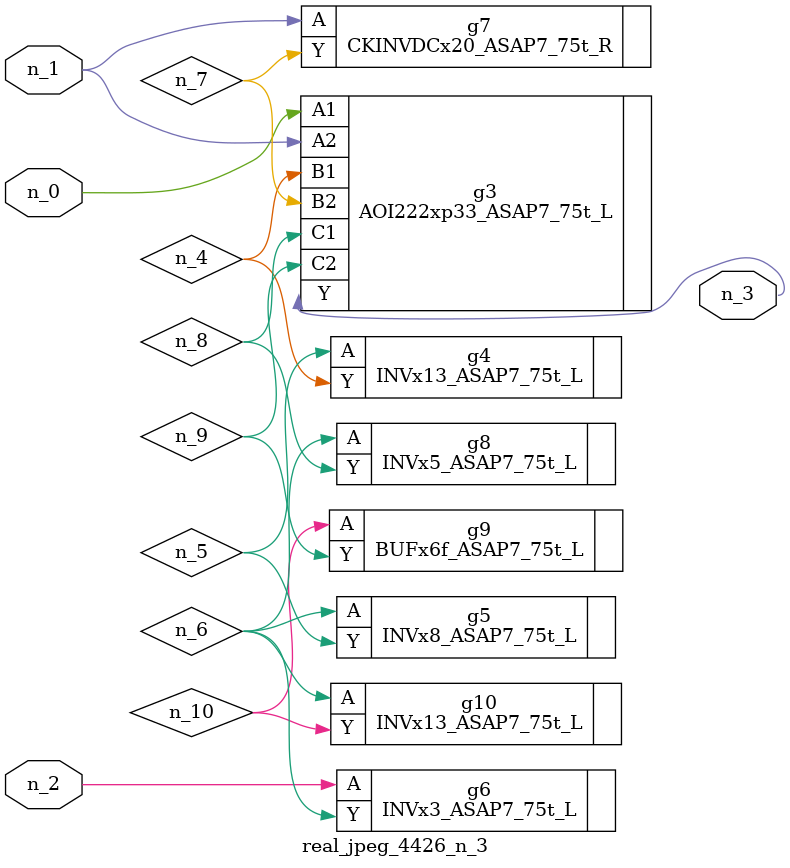
<source format=v>
module real_jpeg_4426_n_3 (n_1, n_0, n_2, n_3);

input n_1;
input n_0;
input n_2;

output n_3;

wire n_5;
wire n_8;
wire n_4;
wire n_6;
wire n_7;
wire n_10;
wire n_9;

AOI222xp33_ASAP7_75t_L g3 ( 
.A1(n_0),
.A2(n_1),
.B1(n_4),
.B2(n_7),
.C1(n_8),
.C2(n_9),
.Y(n_3)
);

CKINVDCx20_ASAP7_75t_R g7 ( 
.A(n_1),
.Y(n_7)
);

INVx3_ASAP7_75t_L g6 ( 
.A(n_2),
.Y(n_6)
);

INVx13_ASAP7_75t_L g4 ( 
.A(n_5),
.Y(n_4)
);

INVx8_ASAP7_75t_L g5 ( 
.A(n_6),
.Y(n_5)
);

INVx5_ASAP7_75t_L g8 ( 
.A(n_6),
.Y(n_8)
);

INVx13_ASAP7_75t_L g10 ( 
.A(n_6),
.Y(n_10)
);

BUFx6f_ASAP7_75t_L g9 ( 
.A(n_10),
.Y(n_9)
);


endmodule
</source>
